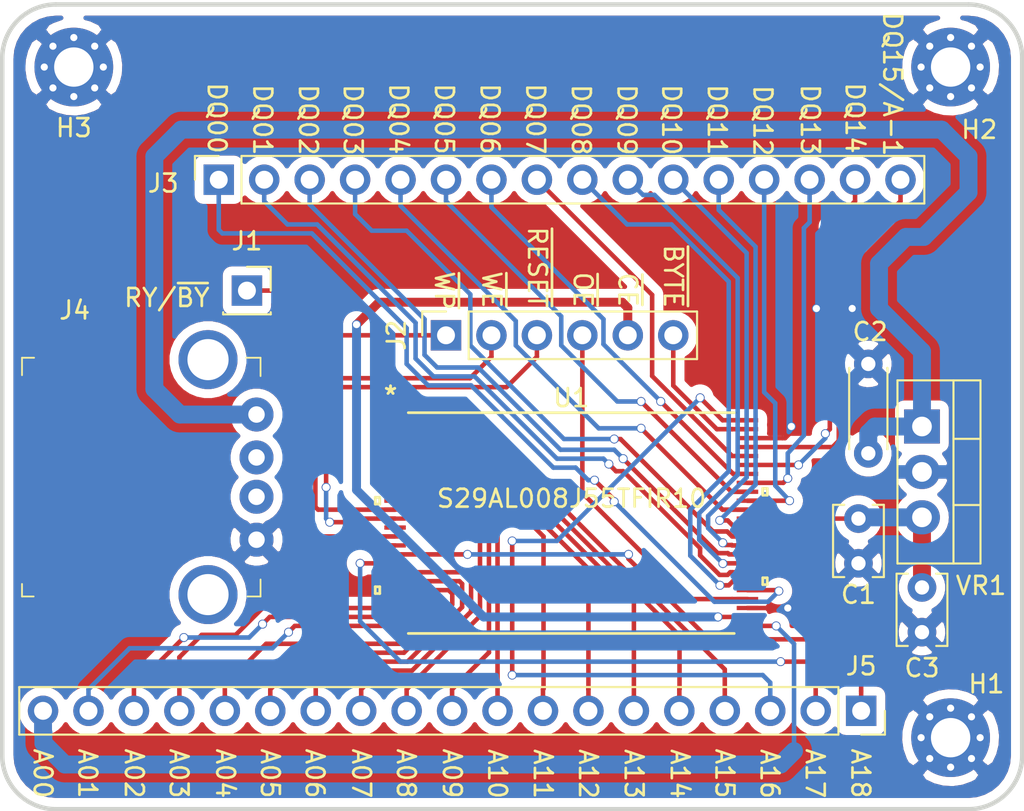
<source format=kicad_pcb>
(kicad_pcb (version 20171130) (host pcbnew "(5.1.5)-3")
  (layers (0 F.Cu signal) (31 B.Cu signal) (34 B.Paste user) (35 F.Paste user) (36 B.SilkS user) (37 F.SilkS user) (38 B.Mask user) (39 F.Mask user) (44 Edge.Cuts user))
  (net 0 "")
  (net 1 GND)
  (net 2 +3V3)
  (net 3 +5V)
  (net 4 "Net-(J1-Pad1)")
  (net 5 "Net-(J2-Pad6)")
  (net 6 "Net-(J2-Pad5)")
  (net 7 "Net-(J2-Pad4)")
  (net 8 "Net-(J2-Pad3)")
  (net 9 "Net-(J2-Pad2)")
  (net 10 "Net-(J2-Pad1)")
  (net 11 "Net-(J3-Pad16)")
  (net 12 "Net-(J3-Pad15)")
  (net 13 "Net-(J3-Pad14)")
  (net 14 "Net-(J3-Pad13)")
  (net 15 "Net-(J3-Pad12)")
  (net 16 "Net-(J3-Pad11)")
  (net 17 "Net-(J3-Pad10)")
  (net 18 "Net-(J3-Pad9)")
  (net 19 "Net-(J3-Pad8)")
  (net 20 "Net-(J3-Pad7)")
  (net 21 "Net-(J3-Pad6)")
  (net 22 "Net-(J3-Pad5)")
  (net 23 "Net-(J3-Pad4)")
  (net 24 "Net-(J3-Pad3)")
  (net 25 "Net-(J3-Pad2)")
  (net 26 "Net-(J3-Pad1)")
  (net 27 "Net-(J4-Pad3)")
  (net 28 "Net-(J4-Pad2)")
  (net 29 "Net-(J5-Pad19)")
  (net 30 "Net-(J5-Pad18)")
  (net 31 "Net-(J5-Pad17)")
  (net 32 "Net-(J5-Pad16)")
  (net 33 "Net-(J5-Pad15)")
  (net 34 "Net-(J5-Pad14)")
  (net 35 "Net-(J5-Pad13)")
  (net 36 "Net-(J5-Pad12)")
  (net 37 "Net-(J5-Pad11)")
  (net 38 "Net-(J5-Pad10)")
  (net 39 "Net-(J5-Pad9)")
  (net 40 "Net-(J5-Pad8)")
  (net 41 "Net-(J5-Pad7)")
  (net 42 "Net-(J5-Pad6)")
  (net 43 "Net-(J5-Pad5)")
  (net 44 "Net-(J5-Pad4)")
  (net 45 "Net-(J5-Pad3)")
  (net 46 "Net-(J5-Pad2)")
  (net 47 "Net-(J5-Pad1)")
  (net 48 "Net-(U1-Pad13)")
  (net 49 "Net-(U1-Pad10)")
  (net 50 "Net-(U1-Pad9)")
  (module Connector_PinSocket_2.54mm:PinSocket_1x06_P2.54mm_Vertical (layer F.Cu) (at 103.8 53.5 90)
    (fp_text reference J2 (at 0 -2.77 90) (layer F.SilkS))
    (fp_text value Conn_01x06)
    (pad 6 thru_hole oval (at 0 12.7 90) (size 1.7 1.7) (drill 1) (layers *.Cu *.Mask) (net 5 "Net-(J2-Pad6)"))
    (pad 5 thru_hole oval (at 0 10.16 90) (size 1.7 1.7) (drill 1) (layers *.Cu *.Mask) (net 6 "Net-(J2-Pad5)"))
    (pad 4 thru_hole oval (at 0 7.62 90) (size 1.7 1.7) (drill 1) (layers *.Cu *.Mask) (net 7 "Net-(J2-Pad4)"))
    (pad 3 thru_hole oval (at 0 5.08 90) (size 1.7 1.7) (drill 1) (layers *.Cu *.Mask) (net 8 "Net-(J2-Pad3)"))
    (pad 2 thru_hole oval (at 0 2.54 90) (size 1.7 1.7) (drill 1) (layers *.Cu *.Mask) (net 9 "Net-(J2-Pad2)"))
    (pad 1 thru_hole rect (at 0 0 90) (size 1.7 1.7) (drill 1) (layers *.Cu *.Mask) (net 10 "Net-(J2-Pad1)"))
  )
  (module MountingHole:MountingHole_2.2mm_M2_Pad_Via (layer F.Cu) (at 83 38.5)
    (fp_text reference H3 (at 0 3.4) (layer F.SilkS))
    (fp_text value MountingHole_Pad)
    (pad 1 thru_hole circle (at 1.166726 -1.166726) (size 0.7 0.7) (drill 0.4) (layers *.Cu *.Mask) (net 1 GND))
    (pad 1 thru_hole circle (at 0 -1.65) (size 0.7 0.7) (drill 0.4) (layers *.Cu *.Mask) (net 1 GND))
    (pad 1 thru_hole circle (at -1.166726 -1.166726) (size 0.7 0.7) (drill 0.4) (layers *.Cu *.Mask) (net 1 GND))
    (pad 1 thru_hole circle (at -1.65 0) (size 0.7 0.7) (drill 0.4) (layers *.Cu *.Mask) (net 1 GND))
    (pad 1 thru_hole circle (at -1.166726 1.166726) (size 0.7 0.7) (drill 0.4) (layers *.Cu *.Mask) (net 1 GND))
    (pad 1 thru_hole circle (at 0 1.65) (size 0.7 0.7) (drill 0.4) (layers *.Cu *.Mask) (net 1 GND))
    (pad 1 thru_hole circle (at 1.166726 1.166726) (size 0.7 0.7) (drill 0.4) (layers *.Cu *.Mask) (net 1 GND))
    (pad 1 thru_hole circle (at 1.65 0) (size 0.7 0.7) (drill 0.4) (layers *.Cu *.Mask) (net 1 GND))
    (pad 1 thru_hole circle (at 0 0) (size 4.4 4.4) (drill 2.2) (layers *.Cu *.Mask) (net 1 GND))
  )
  (module MountingHole:MountingHole_2.2mm_M2_Pad_Via (layer F.Cu) (at 132 38.5)
    (fp_text reference H2 (at 1.6 3.5) (layer F.SilkS))
    (fp_text value MountingHole_Pad)
    (pad 1 thru_hole circle (at 1.166726 -1.166726) (size 0.7 0.7) (drill 0.4) (layers *.Cu *.Mask) (net 1 GND))
    (pad 1 thru_hole circle (at 0 -1.65) (size 0.7 0.7) (drill 0.4) (layers *.Cu *.Mask) (net 1 GND))
    (pad 1 thru_hole circle (at -1.166726 -1.166726) (size 0.7 0.7) (drill 0.4) (layers *.Cu *.Mask) (net 1 GND))
    (pad 1 thru_hole circle (at -1.65 0) (size 0.7 0.7) (drill 0.4) (layers *.Cu *.Mask) (net 1 GND))
    (pad 1 thru_hole circle (at -1.166726 1.166726) (size 0.7 0.7) (drill 0.4) (layers *.Cu *.Mask) (net 1 GND))
    (pad 1 thru_hole circle (at 0 1.65) (size 0.7 0.7) (drill 0.4) (layers *.Cu *.Mask) (net 1 GND))
    (pad 1 thru_hole circle (at 1.166726 1.166726) (size 0.7 0.7) (drill 0.4) (layers *.Cu *.Mask) (net 1 GND))
    (pad 1 thru_hole circle (at 1.65 0) (size 0.7 0.7) (drill 0.4) (layers *.Cu *.Mask) (net 1 GND))
    (pad 1 thru_hole circle (at 0 0) (size 4.4 4.4) (drill 2.2) (layers *.Cu *.Mask) (net 1 GND))
  )
  (module MountingHole:MountingHole_2.2mm_M2_Pad_Via (layer F.Cu) (at 132 76)
    (fp_text reference H1 (at 2 -3) (layer F.SilkS))
    (fp_text value MountingHole_Pad)
    (pad 1 thru_hole circle (at 1.166726 -1.166726) (size 0.7 0.7) (drill 0.4) (layers *.Cu *.Mask) (net 1 GND))
    (pad 1 thru_hole circle (at 0 -1.65) (size 0.7 0.7) (drill 0.4) (layers *.Cu *.Mask) (net 1 GND))
    (pad 1 thru_hole circle (at -1.166726 -1.166726) (size 0.7 0.7) (drill 0.4) (layers *.Cu *.Mask) (net 1 GND))
    (pad 1 thru_hole circle (at -1.65 0) (size 0.7 0.7) (drill 0.4) (layers *.Cu *.Mask) (net 1 GND))
    (pad 1 thru_hole circle (at -1.166726 1.166726) (size 0.7 0.7) (drill 0.4) (layers *.Cu *.Mask) (net 1 GND))
    (pad 1 thru_hole circle (at 0 1.65) (size 0.7 0.7) (drill 0.4) (layers *.Cu *.Mask) (net 1 GND))
    (pad 1 thru_hole circle (at 1.166726 1.166726) (size 0.7 0.7) (drill 0.4) (layers *.Cu *.Mask) (net 1 GND))
    (pad 1 thru_hole circle (at 1.65 0) (size 0.7 0.7) (drill 0.4) (layers *.Cu *.Mask) (net 1 GND))
    (pad 1 thru_hole circle (at 0 0) (size 4.4 4.4) (drill 2.2) (layers *.Cu *.Mask) (net 1 GND))
  )
  (module digikey-footprints:USB_A_Female_UE27AC54100 (layer F.Cu) (at 90.5 61.43 270)
    (fp_text reference J4 (at -9.33 7.45) (layer F.SilkS))
    (fp_text value USB_A)
    (pad 4 thru_hole circle (at 3.5 -2.71 270) (size 1.9 1.9) (drill 0.92) (layers *.Cu *.Mask) (net 1 GND))
    (pad 3 thru_hole circle (at 1.1 -2.71 270) (size 1.9 1.9) (drill 0.92) (layers *.Cu *.Mask) (net 27 "Net-(J4-Pad3)"))
    (pad 2 thru_hole circle (at -1.1 -2.71 270) (size 1.9 1.9) (drill 0.92) (layers *.Cu *.Mask) (net 28 "Net-(J4-Pad2)"))
    (pad 1 thru_hole circle (at -3.5 -2.71 270) (size 1.9 1.9) (drill 0.92) (layers *.Cu *.Mask) (net 3 +5V))
    (pad SH thru_hole circle (at 6.57 0 270) (size 3.3 3.3) (drill 2.3) (layers *.Cu *.Mask))
    (pad SH thru_hole circle (at -6.57 0 270) (size 3.3 3.3) (drill 2.3) (layers *.Cu *.Mask))
  )
  (module footprints:S29AL008J55TFIR10 (layer F.Cu) (at 110.8 64)
    (fp_text reference U1 (at 0 -7) (layer F.SilkS))
    (fp_text value S29AL008J55TFIR10 (at 0.019301 -1.3754) (layer F.SilkS))
    (fp_text user * (at -10.100049 -7.1324) (layer F.SilkS))
    (fp_text user * (at -10.100049 -7.1324) (layer F.SilkS))
    (pad 48 smd rect (at 9.846048 -5.750001) (size 1.200899 0.2394) (layers F.Cu F.Paste F.Mask) (net 45 "Net-(J5-Pad3)"))
    (pad 47 smd rect (at 9.846048 -5.25) (size 1.200899 0.2394) (layers F.Cu F.Paste F.Mask) (net 5 "Net-(J2-Pad6)"))
    (pad 46 smd rect (at 9.846048 -4.750001) (size 1.200899 0.2394) (layers F.Cu F.Paste F.Mask) (net 1 GND))
    (pad 45 smd rect (at 9.846048 -4.249999) (size 1.200899 0.2394) (layers F.Cu F.Paste F.Mask) (net 11 "Net-(J3-Pad16)"))
    (pad 44 smd rect (at 9.846048 -3.75) (size 1.200899 0.2394) (layers F.Cu F.Paste F.Mask) (net 19 "Net-(J3-Pad8)"))
    (pad 43 smd rect (at 9.846048 -3.250001) (size 1.200899 0.2394) (layers F.Cu F.Paste F.Mask) (net 12 "Net-(J3-Pad15)"))
    (pad 42 smd rect (at 9.846048 -2.75) (size 1.200899 0.2394) (layers F.Cu F.Paste F.Mask) (net 20 "Net-(J3-Pad7)"))
    (pad 41 smd rect (at 9.846048 -2.250001) (size 1.200899 0.2394) (layers F.Cu F.Paste F.Mask) (net 13 "Net-(J3-Pad14)"))
    (pad 40 smd rect (at 9.846048 -1.749999) (size 1.200899 0.2394) (layers F.Cu F.Paste F.Mask) (net 21 "Net-(J3-Pad6)"))
    (pad 39 smd rect (at 9.846048 -1.25) (size 1.200899 0.2394) (layers F.Cu F.Paste F.Mask) (net 14 "Net-(J3-Pad13)"))
    (pad 38 smd rect (at 9.846048 -0.750001) (size 1.200899 0.2394) (layers F.Cu F.Paste F.Mask) (net 22 "Net-(J3-Pad5)"))
    (pad 37 smd rect (at 9.846048 -0.25) (size 1.200899 0.2394) (layers F.Cu F.Paste F.Mask) (net 2 +3V3))
    (pad 36 smd rect (at 9.846048 0.25) (size 1.200899 0.2394) (layers F.Cu F.Paste F.Mask) (net 15 "Net-(J3-Pad12)"))
    (pad 35 smd rect (at 9.846048 0.749998) (size 1.200899 0.2394) (layers F.Cu F.Paste F.Mask) (net 23 "Net-(J3-Pad4)"))
    (pad 34 smd rect (at 9.846048 1.25) (size 1.200899 0.2394) (layers F.Cu F.Paste F.Mask) (net 16 "Net-(J3-Pad11)"))
    (pad 33 smd rect (at 9.846048 1.749999) (size 1.200899 0.2394) (layers F.Cu F.Paste F.Mask) (net 24 "Net-(J3-Pad3)"))
    (pad 32 smd rect (at 9.846048 2.250001) (size 1.200899 0.2394) (layers F.Cu F.Paste F.Mask) (net 17 "Net-(J3-Pad10)"))
    (pad 31 smd rect (at 9.846048 2.75) (size 1.200899 0.2394) (layers F.Cu F.Paste F.Mask) (net 25 "Net-(J3-Pad2)"))
    (pad 30 smd rect (at 9.846048 3.249999) (size 1.200899 0.2394) (layers F.Cu F.Paste F.Mask) (net 18 "Net-(J3-Pad9)"))
    (pad 29 smd rect (at 9.846048 3.75) (size 1.200899 0.2394) (layers F.Cu F.Paste F.Mask) (net 26 "Net-(J3-Pad1)"))
    (pad 28 smd rect (at 9.846048 4.249999) (size 1.200899 0.2394) (layers F.Cu F.Paste F.Mask) (net 7 "Net-(J2-Pad4)"))
    (pad 27 smd rect (at 9.846048 4.750001) (size 1.200899 0.2394) (layers F.Cu F.Paste F.Mask) (net 1 GND))
    (pad 26 smd rect (at 9.846048 5.25) (size 1.200899 0.2394) (layers F.Cu F.Paste F.Mask) (net 6 "Net-(J2-Pad5)"))
    (pad 25 smd rect (at 9.846048 5.749999) (size 1.200899 0.2394) (layers F.Cu F.Paste F.Mask) (net 29 "Net-(J5-Pad19)"))
    (pad 24 smd rect (at -9.846048 5.750001) (size 1.200899 0.2394) (layers F.Cu F.Paste F.Mask) (net 30 "Net-(J5-Pad18)"))
    (pad 23 smd rect (at -9.846048 5.25) (size 1.200899 0.2394) (layers F.Cu F.Paste F.Mask) (net 31 "Net-(J5-Pad17)"))
    (pad 22 smd rect (at -9.846048 4.750001) (size 1.200899 0.2394) (layers F.Cu F.Paste F.Mask) (net 32 "Net-(J5-Pad16)"))
    (pad 21 smd rect (at -9.846048 4.249999) (size 1.200899 0.2394) (layers F.Cu F.Paste F.Mask) (net 33 "Net-(J5-Pad15)"))
    (pad 20 smd rect (at -9.846048 3.75) (size 1.200899 0.2394) (layers F.Cu F.Paste F.Mask) (net 34 "Net-(J5-Pad14)"))
    (pad 19 smd rect (at -9.846048 3.250001) (size 1.200899 0.2394) (layers F.Cu F.Paste F.Mask) (net 35 "Net-(J5-Pad13)"))
    (pad 18 smd rect (at -9.846048 2.75) (size 1.200899 0.2394) (layers F.Cu F.Paste F.Mask) (net 36 "Net-(J5-Pad12)"))
    (pad 17 smd rect (at -9.846048 2.250001) (size 1.200899 0.2394) (layers F.Cu F.Paste F.Mask) (net 46 "Net-(J5-Pad2)"))
    (pad 16 smd rect (at -9.846048 1.749999) (size 1.200899 0.2394) (layers F.Cu F.Paste F.Mask) (net 47 "Net-(J5-Pad1)"))
    (pad 15 smd rect (at -9.846048 1.25) (size 1.200899 0.2394) (layers F.Cu F.Paste F.Mask) (net 4 "Net-(J1-Pad1)"))
    (pad 14 smd rect (at -9.846048 0.750001) (size 1.200899 0.2394) (layers F.Cu F.Paste F.Mask) (net 10 "Net-(J2-Pad1)"))
    (pad 13 smd rect (at -9.846048 0.25) (size 1.200899 0.2394) (layers F.Cu F.Paste F.Mask) (net 48 "Net-(U1-Pad13)"))
    (pad 12 smd rect (at -9.846048 -0.25) (size 1.200899 0.2394) (layers F.Cu F.Paste F.Mask) (net 8 "Net-(J2-Pad3)"))
    (pad 11 smd rect (at -9.846048 -0.750001) (size 1.200899 0.2394) (layers F.Cu F.Paste F.Mask) (net 9 "Net-(J2-Pad2)"))
    (pad 10 smd rect (at -9.846048 -1.25) (size 1.200899 0.2394) (layers F.Cu F.Paste F.Mask) (net 49 "Net-(U1-Pad10)"))
    (pad 9 smd rect (at -9.846048 -1.749999) (size 1.200899 0.2394) (layers F.Cu F.Paste F.Mask) (net 50 "Net-(U1-Pad9)"))
    (pad 8 smd rect (at -9.846048 -2.250001) (size 1.200899 0.2394) (layers F.Cu F.Paste F.Mask) (net 37 "Net-(J5-Pad11)"))
    (pad 7 smd rect (at -9.846048 -2.75) (size 1.200899 0.2394) (layers F.Cu F.Paste F.Mask) (net 38 "Net-(J5-Pad10)"))
    (pad 6 smd rect (at -9.846048 -3.250001) (size 1.200899 0.2394) (layers F.Cu F.Paste F.Mask) (net 39 "Net-(J5-Pad9)"))
    (pad 5 smd rect (at -9.846048 -3.75) (size 1.200899 0.2394) (layers F.Cu F.Paste F.Mask) (net 40 "Net-(J5-Pad8)"))
    (pad 4 smd rect (at -9.846048 -4.249999) (size 1.200899 0.2394) (layers F.Cu F.Paste F.Mask) (net 41 "Net-(J5-Pad7)"))
    (pad 3 smd rect (at -9.846048 -4.750001) (size 1.200899 0.2394) (layers F.Cu F.Paste F.Mask) (net 42 "Net-(J5-Pad6)"))
    (pad 2 smd rect (at -9.846048 -5.25) (size 1.200899 0.2394) (layers F.Cu F.Paste F.Mask) (net 43 "Net-(J5-Pad5)"))
    (pad 1 smd rect (at -9.846048 -5.749999) (size 1.200899 0.2394) (layers F.Cu F.Paste F.Mask) (net 44 "Net-(J5-Pad4)"))
  )
  (module Package_TO_SOT_THT:TO-220-3_Vertical (layer F.Cu) (at 130.4 58.6 270)
    (fp_text reference VR1 (at 8.9 -3.3 180) (layer F.SilkS))
    (fp_text value MCP1826S-3302E_AB)
    (pad 3 thru_hole oval (at 5.08 0 270) (size 1.905 2) (drill 1.1) (layers *.Cu *.Mask) (net 2 +3V3))
    (pad 2 thru_hole oval (at 2.54 0 270) (size 1.905 2) (drill 1.1) (layers *.Cu *.Mask) (net 1 GND))
    (pad 1 thru_hole rect (at 0 0 270) (size 1.905 2) (drill 1.1) (layers *.Cu *.Mask) (net 3 +5V))
  )
  (module Connector_PinSocket_2.54mm:PinSocket_1x19_P2.54mm_Vertical (layer F.Cu) (at 127 74.5 270)
    (fp_text reference J5 (at -2.5 0 180) (layer F.SilkS))
    (fp_text value Conn_01x19)
    (pad 19 thru_hole oval (at 0 45.72 270) (size 1.7 1.7) (drill 1) (layers *.Cu *.Mask) (net 29 "Net-(J5-Pad19)"))
    (pad 18 thru_hole oval (at 0 43.18 270) (size 1.7 1.7) (drill 1) (layers *.Cu *.Mask) (net 30 "Net-(J5-Pad18)"))
    (pad 17 thru_hole oval (at 0 40.64 270) (size 1.7 1.7) (drill 1) (layers *.Cu *.Mask) (net 31 "Net-(J5-Pad17)"))
    (pad 16 thru_hole oval (at 0 38.1 270) (size 1.7 1.7) (drill 1) (layers *.Cu *.Mask) (net 32 "Net-(J5-Pad16)"))
    (pad 15 thru_hole oval (at 0 35.56 270) (size 1.7 1.7) (drill 1) (layers *.Cu *.Mask) (net 33 "Net-(J5-Pad15)"))
    (pad 14 thru_hole oval (at 0 33.02 270) (size 1.7 1.7) (drill 1) (layers *.Cu *.Mask) (net 34 "Net-(J5-Pad14)"))
    (pad 13 thru_hole oval (at 0 30.48 270) (size 1.7 1.7) (drill 1) (layers *.Cu *.Mask) (net 35 "Net-(J5-Pad13)"))
    (pad 12 thru_hole oval (at 0 27.94 270) (size 1.7 1.7) (drill 1) (layers *.Cu *.Mask) (net 36 "Net-(J5-Pad12)"))
    (pad 11 thru_hole oval (at 0 25.4 270) (size 1.7 1.7) (drill 1) (layers *.Cu *.Mask) (net 37 "Net-(J5-Pad11)"))
    (pad 10 thru_hole oval (at 0 22.86 270) (size 1.7 1.7) (drill 1) (layers *.Cu *.Mask) (net 38 "Net-(J5-Pad10)"))
    (pad 9 thru_hole oval (at 0 20.32 270) (size 1.7 1.7) (drill 1) (layers *.Cu *.Mask) (net 39 "Net-(J5-Pad9)"))
    (pad 8 thru_hole oval (at 0 17.78 270) (size 1.7 1.7) (drill 1) (layers *.Cu *.Mask) (net 40 "Net-(J5-Pad8)"))
    (pad 7 thru_hole oval (at 0 15.24 270) (size 1.7 1.7) (drill 1) (layers *.Cu *.Mask) (net 41 "Net-(J5-Pad7)"))
    (pad 6 thru_hole oval (at 0 12.7 270) (size 1.7 1.7) (drill 1) (layers *.Cu *.Mask) (net 42 "Net-(J5-Pad6)"))
    (pad 5 thru_hole oval (at 0 10.16 270) (size 1.7 1.7) (drill 1) (layers *.Cu *.Mask) (net 43 "Net-(J5-Pad5)"))
    (pad 4 thru_hole oval (at 0 7.62 270) (size 1.7 1.7) (drill 1) (layers *.Cu *.Mask) (net 44 "Net-(J5-Pad4)"))
    (pad 3 thru_hole oval (at 0 5.08 270) (size 1.7 1.7) (drill 1) (layers *.Cu *.Mask) (net 45 "Net-(J5-Pad3)"))
    (pad 2 thru_hole oval (at 0 2.54 270) (size 1.7 1.7) (drill 1) (layers *.Cu *.Mask) (net 46 "Net-(J5-Pad2)"))
    (pad 1 thru_hole rect (at 0 0 270) (size 1.7 1.7) (drill 1) (layers *.Cu *.Mask) (net 47 "Net-(J5-Pad1)"))
  )
  (module Connector_PinSocket_2.54mm:PinSocket_1x16_P2.54mm_Vertical (layer F.Cu) (at 91.1 44.8 90)
    (fp_text reference J3 (at -0.2 -3.1 180) (layer F.SilkS))
    (fp_text value Conn_01x16)
    (pad 16 thru_hole oval (at 0 38.1 90) (size 1.7 1.7) (drill 1) (layers *.Cu *.Mask) (net 11 "Net-(J3-Pad16)"))
    (pad 15 thru_hole oval (at 0 35.56 90) (size 1.7 1.7) (drill 1) (layers *.Cu *.Mask) (net 12 "Net-(J3-Pad15)"))
    (pad 14 thru_hole oval (at 0 33.02 90) (size 1.7 1.7) (drill 1) (layers *.Cu *.Mask) (net 13 "Net-(J3-Pad14)"))
    (pad 13 thru_hole oval (at 0 30.48 90) (size 1.7 1.7) (drill 1) (layers *.Cu *.Mask) (net 14 "Net-(J3-Pad13)"))
    (pad 12 thru_hole oval (at 0 27.94 90) (size 1.7 1.7) (drill 1) (layers *.Cu *.Mask) (net 15 "Net-(J3-Pad12)"))
    (pad 11 thru_hole oval (at 0 25.4 90) (size 1.7 1.7) (drill 1) (layers *.Cu *.Mask) (net 16 "Net-(J3-Pad11)"))
    (pad 10 thru_hole oval (at 0 22.86 90) (size 1.7 1.7) (drill 1) (layers *.Cu *.Mask) (net 17 "Net-(J3-Pad10)"))
    (pad 9 thru_hole oval (at 0 20.32 90) (size 1.7 1.7) (drill 1) (layers *.Cu *.Mask) (net 18 "Net-(J3-Pad9)"))
    (pad 8 thru_hole oval (at 0 17.78 90) (size 1.7 1.7) (drill 1) (layers *.Cu *.Mask) (net 19 "Net-(J3-Pad8)"))
    (pad 7 thru_hole oval (at 0 15.24 90) (size 1.7 1.7) (drill 1) (layers *.Cu *.Mask) (net 20 "Net-(J3-Pad7)"))
    (pad 6 thru_hole oval (at 0 12.7 90) (size 1.7 1.7) (drill 1) (layers *.Cu *.Mask) (net 21 "Net-(J3-Pad6)"))
    (pad 5 thru_hole oval (at 0 10.16 90) (size 1.7 1.7) (drill 1) (layers *.Cu *.Mask) (net 22 "Net-(J3-Pad5)"))
    (pad 4 thru_hole oval (at 0 7.62 90) (size 1.7 1.7) (drill 1) (layers *.Cu *.Mask) (net 23 "Net-(J3-Pad4)"))
    (pad 3 thru_hole oval (at 0 5.08 90) (size 1.7 1.7) (drill 1) (layers *.Cu *.Mask) (net 24 "Net-(J3-Pad3)"))
    (pad 2 thru_hole oval (at 0 2.54 90) (size 1.7 1.7) (drill 1) (layers *.Cu *.Mask) (net 25 "Net-(J3-Pad2)"))
    (pad 1 thru_hole rect (at 0 0 90) (size 1.7 1.7) (drill 1) (layers *.Cu *.Mask) (net 26 "Net-(J3-Pad1)"))
  )
  (module Connector_PinSocket_2.54mm:PinSocket_1x01_P2.54mm_Vertical (layer F.Cu) (at 92.675 51)
    (fp_text reference J1 (at 0 -2.77) (layer F.SilkS))
    (fp_text value Conn_01x01)
    (pad 1 thru_hole rect (at 0 0) (size 1.7 1.7) (drill 1) (layers *.Cu *.Mask) (net 4 "Net-(J1-Pad1)"))
  )
  (module Capacitor_THT:C_Disc_D3.8mm_W2.6mm_P2.50mm (layer F.Cu) (at 130.4 67.6 270)
    (fp_text reference C3 (at 4.5 0 180) (layer F.SilkS))
    (fp_text value 1uF)
    (pad 2 thru_hole circle (at 2.5 0 270) (size 1.6 1.6) (drill 0.8) (layers *.Cu *.Mask) (net 1 GND))
    (pad 1 thru_hole circle (at 0 0 270) (size 1.6 1.6) (drill 0.8) (layers *.Cu *.Mask) (net 2 +3V3))
  )
  (module Capacitor_THT:C_Disc_D4.3mm_W1.9mm_P5.00mm (layer F.Cu) (at 127.4 60.1 90)
    (fp_text reference C2 (at 6.8 0.1 180) (layer F.SilkS))
    (fp_text value 4.7uF)
    (pad 2 thru_hole circle (at 5 0 90) (size 1.6 1.6) (drill 0.8) (layers *.Cu *.Mask) (net 1 GND))
    (pad 1 thru_hole circle (at 0 0 90) (size 1.6 1.6) (drill 0.8) (layers *.Cu *.Mask) (net 3 +5V))
  )
  (module Capacitor_THT:C_Disc_D3.8mm_W2.6mm_P2.50mm (layer F.Cu) (at 126.85 63.75 270)
    (fp_text reference C1 (at 4.25 0 180) (layer F.SilkS))
    (fp_text value 1uF)
    (pad 2 thru_hole circle (at 2.5 0 270) (size 1.6 1.6) (drill 0.8) (layers *.Cu *.Mask) (net 1 GND))
    (pad 1 thru_hole circle (at 0 0 270) (size 1.6 1.6) (drill 0.8) (layers *.Cu *.Mask) (net 2 +3V3))
  )
  (gr_text DQ00 (at 91 41.35 270) (layer F.SilkS) (effects (font (size 1 1))))
  (gr_text DQ01 (at 93.55 41.45 270) (layer F.SilkS) (effects (font (size 1 1))))
  (gr_text DQ02 (at 96.1 41.45 270) (layer F.SilkS) (effects (font (size 1 1))))
  (gr_text DQ03 (at 98.6 41.45 270) (layer F.SilkS) (effects (font (size 1 1))))
  (gr_text DQ04 (at 101.15 41.4 270) (layer F.SilkS) (effects (font (size 1 1))))
  (gr_text DQ05 (at 103.7 41.4 270) (layer F.SilkS) (effects (font (size 1 1))))
  (gr_text DQ06 (at 106.25 41.4 270) (layer F.SilkS) (effects (font (size 1 1))))
  (gr_text DQ07 (at 108.8 41.4 270) (layer F.SilkS) (effects (font (size 1 1))))
  (gr_text DQ08 (at 111.35 41.45 270) (layer F.SilkS) (effects (font (size 1 1))))
  (gr_text DQ09 (at 113.9 41.45 270) (layer F.SilkS) (effects (font (size 1 1))))
  (gr_text DQ10 (at 116.4 41.45 270) (layer F.SilkS) (effects (font (size 1 1))))
  (gr_text DQ11 (at 118.95 41.45 270) (layer F.SilkS) (effects (font (size 1 1))))
  (gr_text DQ12 (at 121.5 41.5 270) (layer F.SilkS) (effects (font (size 1 1))))
  (gr_text DQ13 (at 124.15 41.45 270) (layer F.SilkS) (effects (font (size 1 1))))
  (gr_text DQ14 (at 126.65 41.35 270) (layer F.SilkS) (effects (font (size 1 1))))
  (gr_text DQ15/A-1 (at 128.75 39.45 270) (layer F.SilkS) (effects (font (size 1 1))))
  (gr_text ~BYTE (at 116.5 50.2 270) (layer F.SilkS) (effects (font (size 1 1))))
  (gr_text ~CE (at 113.95 50.95 270) (layer F.SilkS) (effects (font (size 1 1))))
  (gr_text ~OE (at 111.45 50.95 270) (layer F.SilkS) (effects (font (size 1 1))))
  (gr_text ~RESET (at 108.9 49.7 270) (layer F.SilkS) (effects (font (size 1 1))))
  (gr_text ~WE (at 106.35 50.95 270) (layer F.SilkS) (effects (font (size 1 1))))
  (gr_text ~WP (at 103.7 51 270) (layer F.SilkS) (effects (font (size 1 1))))
  (gr_arc (start 82 77) (end 79 77) (angle -90) (layer Edge.Cuts) (width 0.25))
  (gr_arc (start 133 77) (end 133 80) (angle -90) (layer Edge.Cuts) (width 0.25))
  (gr_arc (start 133 38) (end 136 38) (angle -90) (layer Edge.Cuts) (width 0.25))
  (gr_arc (start 82 38) (end 82 35) (angle -90) (layer Edge.Cuts) (width 0.25))
  (gr_line (start 79 77) (end 79 38) (layer Edge.Cuts) (width 0.25))
  (gr_line (start 133 80) (end 82 80) (layer Edge.Cuts) (width 0.25))
  (gr_line (start 136 38) (end 136 77) (layer Edge.Cuts) (width 0.25))
  (gr_line (start 82 35) (end 133 35) (layer Edge.Cuts) (width 0.25))
  (gr_text A18 (at 126.97 78 270) (layer F.SilkS) (effects (font (size 1 1))))
  (gr_text A17 (at 124.42 78 270) (layer F.SilkS) (effects (font (size 1 1))))
  (gr_text A16 (at 121.895 78.025 270) (layer F.SilkS) (effects (font (size 1 1))))
  (gr_text RY/~BY (at 88.2 51.4) (layer F.SilkS) (effects (font (size 1 1))))
  (gr_text A00 (at 81.27 78 270) (layer F.SilkS) (effects (font (size 1 1))))
  (gr_text A01 (at 83.77 78 270) (layer F.SilkS) (effects (font (size 1 1))))
  (gr_text A02 (at 86.37 78 270) (layer F.SilkS) (effects (font (size 1 1))))
  (gr_text A03 (at 88.87 78 270) (layer F.SilkS) (effects (font (size 1 1))))
  (gr_text A04 (at 91.47 78 270) (layer F.SilkS) (effects (font (size 1 1))))
  (gr_text A05 (at 93.97 78 270) (layer F.SilkS) (effects (font (size 1 1))))
  (gr_text A06 (at 96.47 78 270) (layer F.SilkS) (effects (font (size 1 1))))
  (gr_text A07 (at 99.07 78 270) (layer F.SilkS) (effects (font (size 1 1))))
  (gr_text A14 (at 116.875 78.025 270) (layer F.SilkS) (effects (font (size 1 1))))
  (gr_text A13 (at 114.3 78.025 270) (layer F.SilkS) (effects (font (size 1 1))))
  (gr_text A12 (at 111.75 78.025 270) (layer F.SilkS) (effects (font (size 1 1))))
  (gr_text A11 (at 109.225 78.025 270) (layer F.SilkS) (effects (font (size 1 1))))
  (gr_text A10 (at 106.675 78.025 270) (layer F.SilkS) (effects (font (size 1 1))))
  (gr_text A09 (at 104.14 78 270) (layer F.SilkS) (effects (font (size 1 1))))
  (gr_text A08 (at 101.57 78 270) (layer F.SilkS) (effects (font (size 1 1))))
  (gr_text A15 (at 119.375 78 270) (layer F.SilkS) (effects (font (size 1 1))))
  (via (at 124.5 52) (size 0.5) (drill 0.4) (layers F.Cu B.Cu) (net 1))
  (segment (start 121.949999 59.249999) (end 121.95 59.25) (width 0.254) (layer F.Cu) (net 1))
  (via (at 122.9 68.75) (size 0.5) (drill 0.4) (layers F.Cu B.Cu) (net 1))
  (segment (start 122.899999 68.750001) (end 122.9 68.75) (width 0.254) (layer F.Cu) (net 1))
  (segment (start 120.646048 68.750001) (end 122.899999 68.750001) (width 0.254) (layer F.Cu) (net 1))
  (via (at 126.5 52) (size 0.5) (drill 0.4) (layers F.Cu B.Cu) (net 1))
  (segment (start 122.750001 59.249999) (end 122.600001 59.249999) (width 0.254) (layer F.Cu) (net 1))
  (segment (start 122.600001 59.249999) (end 120.646048 59.249999) (width 0.254) (layer F.Cu) (net 1))
  (segment (start 123.1 58.9) (end 122.750001 59.249999) (width 0.254) (layer F.Cu) (net 1))
  (via (at 123.1 58.6) (size 0.5) (drill 0.4) (layers F.Cu B.Cu) (net 1))
  (segment (start 123.1 58.6) (end 123.1 58.9) (width 0.254) (layer F.Cu) (net 1))
  (segment (start 130.4 63.68) (end 130.4 67.6) (width 1) (layer F.Cu) (net 2))
  (segment (start 126.92 63.68) (end 126.85 63.75) (width 1) (layer B.Cu) (net 2))
  (segment (start 130.4 63.68) (end 126.92 63.68) (width 1) (layer B.Cu) (net 2))
  (segment (start 124.7 63.75) (end 126.85 63.75) (width 0.25) (layer F.Cu) (net 2))
  (segment (start 120.646048 63.75) (end 124.7 63.75) (width 0.25) (layer F.Cu) (net 2))
  (segment (start 127.4 58.96863) (end 127.76863 58.6) (width 1) (layer B.Cu) (net 3))
  (segment (start 127.4 60.1) (end 127.4 58.96863) (width 1) (layer B.Cu) (net 3))
  (segment (start 127.76863 58.6) (end 130.4 58.6) (width 1) (layer B.Cu) (net 3))
  (segment (start 93.21 57.93) (end 88.93 57.93) (width 1) (layer B.Cu) (net 3))
  (segment (start 88.93 57.93) (end 87.5 56.5) (width 1) (layer B.Cu) (net 3))
  (segment (start 87.5 56.5) (end 87.5 43.5) (width 1) (layer B.Cu) (net 3))
  (segment (start 87.5 43.5) (end 89 42) (width 1) (layer B.Cu) (net 3))
  (segment (start 89 42) (end 131.5 42) (width 1) (layer B.Cu) (net 3))
  (segment (start 131.5 42) (end 133 43.5) (width 1) (layer B.Cu) (net 3))
  (segment (start 133 43.5) (end 133 45.5) (width 1) (layer B.Cu) (net 3))
  (segment (start 133 45.5) (end 130.5 48) (width 1) (layer B.Cu) (net 3))
  (segment (start 130.5 48) (end 129.5 48) (width 1) (layer B.Cu) (net 3))
  (segment (start 129.5 48) (end 128 49.5) (width 1) (layer B.Cu) (net 3))
  (segment (start 128 49.5) (end 128 52) (width 1) (layer B.Cu) (net 3))
  (segment (start 130.4 54.4) (end 130.4 58.6) (width 1) (layer B.Cu) (net 3))
  (segment (start 128 52) (end 130.4 54.4) (width 1) (layer B.Cu) (net 3))
  (segment (start 95.75 65.25) (end 100.953952 65.25) (width 0.254) (layer F.Cu) (net 4))
  (segment (start 95.5 65) (end 95.75 65.25) (width 0.254) (layer F.Cu) (net 4))
  (segment (start 95.5 52) (end 95.5 65) (width 0.254) (layer F.Cu) (net 4))
  (segment (start 92.675 51) (end 94.5 51) (width 0.254) (layer F.Cu) (net 4))
  (segment (start 94.5 51) (end 95.5 52) (width 0.254) (layer F.Cu) (net 4))
  (segment (start 116.5 56.311809) (end 118.938191 58.75) (width 0.254) (layer F.Cu) (net 5))
  (segment (start 119.791599 58.75) (end 120.646048 58.75) (width 0.254) (layer F.Cu) (net 5))
  (segment (start 118.938191 58.75) (end 119.791599 58.75) (width 0.254) (layer F.Cu) (net 5))
  (segment (start 116.5 53.5) (end 116.5 56.311809) (width 0.254) (layer F.Cu) (net 5))
  (via (at 119 69.25) (size 0.5) (drill 0.4) (layers F.Cu B.Cu) (net 6))
  (segment (start 119 69.25) (end 120.646048 69.25) (width 0.254) (layer F.Cu) (net 6))
  (segment (start 105.9 69.25) (end 119 69.25) (width 0.5) (layer B.Cu) (net 6))
  (segment (start 98.8 52.9) (end 98.8 62.15) (width 0.5) (layer B.Cu) (net 6))
  (segment (start 98.8 62.15) (end 105.9 69.25) (width 0.5) (layer B.Cu) (net 6))
  (via (at 98.8 52.9) (size 0.5) (drill 0.4) (layers F.Cu B.Cu) (net 6))
  (segment (start 100.05 51.65) (end 98.8 52.9) (width 0.5) (layer F.Cu) (net 6))
  (segment (start 113.96 53.5) (end 113.96 51.96) (width 0.5) (layer F.Cu) (net 6))
  (segment (start 113.65 51.65) (end 100.05 51.65) (width 0.5) (layer F.Cu) (net 6))
  (segment (start 113.96 51.96) (end 113.65 51.65) (width 0.5) (layer F.Cu) (net 6))
  (segment (start 111.42 53.5) (end 111.42 62.32) (width 0.254) (layer F.Cu) (net 7))
  (segment (start 111.42 62.32) (end 117.35 68.25) (width 0.254) (layer F.Cu) (net 7))
  (segment (start 119.791599 68.249999) (end 120.646048 68.249999) (width 0.254) (layer F.Cu) (net 7))
  (segment (start 117.35 68.25) (end 119.791599 68.249999) (width 0.254) (layer F.Cu) (net 7))
  (segment (start 108.88 54.702081) (end 107.182081 56.4) (width 0.254) (layer F.Cu) (net 8))
  (segment (start 108.88 53.5) (end 108.88 54.702081) (width 0.254) (layer F.Cu) (net 8))
  (segment (start 107.182081 56.4) (end 97.45 56.4) (width 0.254) (layer F.Cu) (net 8))
  (via (at 97.1 62) (size 0.5) (drill 0.4) (layers F.Cu B.Cu) (net 8))
  (segment (start 97.45 56.4) (end 97.1 56.75) (width 0.254) (layer F.Cu) (net 8))
  (segment (start 97.1 56.75) (end 97.1 62) (width 0.254) (layer F.Cu) (net 8))
  (segment (start 97.1 62) (end 97.1 63.75) (width 0.254) (layer B.Cu) (net 8))
  (via (at 97.3 63.95) (size 0.5) (drill 0.4) (layers F.Cu B.Cu) (net 8))
  (segment (start 97.1 63.75) (end 97.3 63.95) (width 0.254) (layer B.Cu) (net 8))
  (segment (start 99.15 63.75) (end 100.953952 63.75) (width 0.254) (layer F.Cu) (net 8))
  (segment (start 97.3 63.95) (end 98.95 63.95) (width 0.254) (layer F.Cu) (net 8))
  (segment (start 98.95 63.95) (end 99.15 63.75) (width 0.254) (layer F.Cu) (net 8))
  (segment (start 106.34 54.702081) (end 105.142081 55.9) (width 0.254) (layer F.Cu) (net 9))
  (segment (start 106.34 53.5) (end 106.34 54.702081) (width 0.254) (layer F.Cu) (net 9))
  (segment (start 105.142081 55.9) (end 97.1 55.9) (width 0.254) (layer F.Cu) (net 9))
  (segment (start 97.1 55.9) (end 96.5 56.5) (width 0.254) (layer F.Cu) (net 9))
  (segment (start 96.5 56.5) (end 96.5 63.1) (width 0.254) (layer F.Cu) (net 9))
  (segment (start 96.649999 63.249999) (end 100.953952 63.249999) (width 0.254) (layer F.Cu) (net 9))
  (segment (start 96.5 63.1) (end 96.649999 63.249999) (width 0.254) (layer F.Cu) (net 9))
  (segment (start 96 53.75) (end 96 64.5) (width 0.254) (layer F.Cu) (net 10))
  (segment (start 96.250001 64.750001) (end 100.953952 64.750001) (width 0.254) (layer F.Cu) (net 10))
  (segment (start 96 64.5) (end 96.250001 64.750001) (width 0.254) (layer F.Cu) (net 10))
  (segment (start 103.8 53.5) (end 96.25 53.5) (width 0.254) (layer F.Cu) (net 10))
  (segment (start 96.25 53.5) (end 96 53.75) (width 0.254) (layer F.Cu) (net 10))
  (segment (start 129.2 46.002081) (end 125.75 49.452081) (width 0.254) (layer F.Cu) (net 11))
  (segment (start 129.2 44.8) (end 129.2 46.002081) (width 0.254) (layer F.Cu) (net 11))
  (segment (start 125.75 49.452081) (end 125.75 59.4) (width 0.254) (layer F.Cu) (net 11))
  (segment (start 125.399999 59.750001) (end 120.646048 59.750001) (width 0.254) (layer F.Cu) (net 11))
  (segment (start 125.75 59.4) (end 125.399999 59.750001) (width 0.254) (layer F.Cu) (net 11))
  (via (at 123.5 60.75) (size 0.5) (drill 0.4) (layers F.Cu B.Cu) (net 12))
  (segment (start 123.146446 60.749999) (end 120.646048 60.749999) (width 0.254) (layer F.Cu) (net 12))
  (segment (start 123.5 60.75) (end 123.146446 60.749999) (width 0.254) (layer F.Cu) (net 12))
  (segment (start 126.66 44.8) (end 126.66 46.002081) (width 0.254) (layer F.Cu) (net 12))
  (segment (start 126.66 46.002081) (end 125.25 47.412081) (width 0.254) (layer F.Cu) (net 12))
  (segment (start 125 59.25) (end 123.5 60.75) (width 0.254) (layer B.Cu) (net 12))
  (segment (start 125.25 47.412081) (end 125.25 58.75) (width 0.254) (layer F.Cu) (net 12))
  (segment (start 125.25 58.75) (end 125 59) (width 0.254) (layer F.Cu) (net 12))
  (segment (start 125 59) (end 125 59.25) (width 0.254) (layer B.Cu) (net 12))
  (via (at 125 59) (size 0.5) (drill 0.4) (layers F.Cu B.Cu) (net 12))
  (segment (start 124.12 46.002081) (end 124.125 46.007081) (width 0.254) (layer B.Cu) (net 13))
  (segment (start 124.12 44.8) (end 124.12 46.002081) (width 0.254) (layer B.Cu) (net 13))
  (via (at 122.9 61.5) (size 0.5) (drill 0.4) (layers F.Cu B.Cu) (net 13))
  (segment (start 122.9 60.1) (end 122.9 61.5) (width 0.254) (layer B.Cu) (net 13))
  (segment (start 122.650001 61.749999) (end 120.646048 61.749999) (width 0.254) (layer F.Cu) (net 13))
  (segment (start 122.9 61.5) (end 122.650001 61.749999) (width 0.254) (layer F.Cu) (net 13))
  (segment (start 124.12 46.002081) (end 124.12 47.18) (width 0.254) (layer B.Cu) (net 13))
  (segment (start 123.8 47.5) (end 123.8 59.1) (width 0.254) (layer B.Cu) (net 13))
  (segment (start 124.12 47.18) (end 123.8 47.5) (width 0.254) (layer B.Cu) (net 13))
  (segment (start 123.8 59.1) (end 122.9 60.1) (width 0.254) (layer B.Cu) (net 13))
  (segment (start 121.58 56.68) (end 121.58 44.8) (width 0.254) (layer B.Cu) (net 14))
  (segment (start 122.2 57.3) (end 121.58 56.68) (width 0.254) (layer B.Cu) (net 14))
  (segment (start 122.2 61.9) (end 122.2 57.3) (width 0.254) (layer B.Cu) (net 14))
  (via (at 123 62.75) (size 0.5) (drill 0.4) (layers F.Cu B.Cu) (net 14))
  (segment (start 123 62.75) (end 122.2 61.9) (width 0.254) (layer B.Cu) (net 14))
  (segment (start 123 62.75) (end 120.646048 62.75) (width 0.254) (layer F.Cu) (net 14))
  (via (at 119.1 63.85) (size 0.5) (drill 0.4) (layers F.Cu B.Cu) (net 15))
  (segment (start 121.1 61.85) (end 119.1 63.85) (width 0.254) (layer B.Cu) (net 15))
  (segment (start 121.1 48.55) (end 121.1 61.85) (width 0.254) (layer B.Cu) (net 15))
  (segment (start 119.04 44.8) (end 119.04 46.49) (width 0.254) (layer B.Cu) (net 15))
  (segment (start 119.04 46.49) (end 121.1 48.55) (width 0.254) (layer B.Cu) (net 15))
  (segment (start 119.538194 63.85) (end 119.938194 64.25) (width 0.254) (layer F.Cu) (net 15))
  (segment (start 119.938194 64.25) (end 120.646048 64.25) (width 0.254) (layer F.Cu) (net 15))
  (segment (start 119.1 63.85) (end 119.538194 63.85) (width 0.254) (layer F.Cu) (net 15))
  (segment (start 118.447919 63.602081) (end 118.447919 64.281404) (width 0.254) (layer B.Cu) (net 16))
  (segment (start 119.01914 64.852625) (end 119.269139 65.102624) (width 0.254) (layer B.Cu) (net 16))
  (segment (start 119.791599 65.25) (end 119.767222 65.225623) (width 0.254) (layer F.Cu) (net 16))
  (segment (start 119.767222 65.225623) (end 119.392138 65.225623) (width 0.254) (layer F.Cu) (net 16))
  (via (at 119.269139 65.102624) (size 0.5) (drill 0.4) (layers F.Cu B.Cu) (net 16))
  (segment (start 119.392138 65.225623) (end 119.269139 65.102624) (width 0.254) (layer F.Cu) (net 16))
  (segment (start 120.6 61.45) (end 118.447919 63.602081) (width 0.254) (layer B.Cu) (net 16))
  (segment (start 120.6 48.9) (end 120.6 61.45) (width 0.254) (layer B.Cu) (net 16))
  (segment (start 118.447919 64.281404) (end 119.01914 64.852625) (width 0.254) (layer B.Cu) (net 16))
  (segment (start 116.5 44.8) (end 120.6 48.9) (width 0.254) (layer B.Cu) (net 16))
  (segment (start 120.646048 65.25) (end 119.791599 65.25) (width 0.254) (layer F.Cu) (net 16))
  (segment (start 119.024453 66.013037) (end 119.274452 66.263036) (width 0.254) (layer B.Cu) (net 17))
  (segment (start 117.95 63.45) (end 117.95 64.938584) (width 0.254) (layer B.Cu) (net 17))
  (segment (start 117.95 64.938584) (end 119.024453 66.013037) (width 0.254) (layer B.Cu) (net 17))
  (segment (start 120.1 61.3) (end 117.95 63.45) (width 0.254) (layer B.Cu) (net 17))
  (segment (start 113.96 44.8) (end 114.809999 45.649999) (width 0.254) (layer B.Cu) (net 17))
  (segment (start 114.809999 45.649999) (end 115.449999 45.649999) (width 0.254) (layer B.Cu) (net 17))
  (segment (start 120.1 50.3) (end 120.1 61.3) (width 0.254) (layer B.Cu) (net 17))
  (segment (start 119.287487 66.250001) (end 119.274452 66.263036) (width 0.254) (layer F.Cu) (net 17))
  (segment (start 115.449999 45.649999) (end 120.1 50.3) (width 0.254) (layer B.Cu) (net 17))
  (segment (start 120.646048 66.250001) (end 119.287487 66.250001) (width 0.254) (layer F.Cu) (net 17))
  (via (at 119.274452 66.263036) (size 0.5) (drill 0.4) (layers F.Cu B.Cu) (net 17))
  (segment (start 111.42 44.8) (end 113.92 47.3) (width 0.254) (layer B.Cu) (net 18))
  (segment (start 120.646048 67.249999) (end 119.831538 67.249999) (width 0.254) (layer F.Cu) (net 18))
  (segment (start 119.463177 67.48021) (end 119.109624 67.48021) (width 0.254) (layer F.Cu) (net 18))
  (segment (start 119.601327 67.48021) (end 119.463177 67.48021) (width 0.254) (layer F.Cu) (net 18))
  (segment (start 119.6 50.5) (end 119.6 61.1) (width 0.254) (layer B.Cu) (net 18))
  (segment (start 119.6 61.1) (end 117.45 63.25) (width 0.254) (layer B.Cu) (net 18))
  (segment (start 119.831538 67.249999) (end 119.601327 67.48021) (width 0.254) (layer F.Cu) (net 18))
  (segment (start 113.92 47.3) (end 116.4 47.3) (width 0.254) (layer B.Cu) (net 18))
  (segment (start 118.859625 67.230211) (end 119.109624 67.48021) (width 0.254) (layer B.Cu) (net 18))
  (via (at 119.109624 67.48021) (size 0.5) (drill 0.4) (layers F.Cu B.Cu) (net 18))
  (segment (start 117.45 63.25) (end 117.45 65.820586) (width 0.254) (layer B.Cu) (net 18))
  (segment (start 117.45 65.820586) (end 118.859625 67.230211) (width 0.254) (layer B.Cu) (net 18))
  (segment (start 116.4 47.3) (end 119.6 50.5) (width 0.254) (layer B.Cu) (net 18))
  (segment (start 119.791599 60.25) (end 120.646048 60.25) (width 0.254) (layer F.Cu) (net 19))
  (segment (start 115.319799 55.7782) (end 119.791599 60.25) (width 0.254) (layer F.Cu) (net 19))
  (segment (start 115.319799 51.239799) (end 115.319799 55.7782) (width 0.254) (layer F.Cu) (net 19))
  (segment (start 108.88 44.8) (end 115.319799 51.239799) (width 0.254) (layer F.Cu) (net 19))
  (segment (start 106.34 44.8) (end 106.34 46.34) (width 0.254) (layer B.Cu) (net 20))
  (via (at 115.8 57.2) (size 0.5) (drill 0.4) (layers F.Cu B.Cu) (net 20))
  (segment (start 112.600201 54.000201) (end 115.8 57.2) (width 0.254) (layer B.Cu) (net 20))
  (segment (start 106.34 46.34) (end 112.600201 52.600201) (width 0.254) (layer B.Cu) (net 20))
  (segment (start 112.600201 52.600201) (end 112.600201 54.000201) (width 0.254) (layer B.Cu) (net 20))
  (segment (start 119.85 61.25) (end 120.646048 61.25) (width 0.254) (layer F.Cu) (net 20))
  (segment (start 115.8 57.2) (end 119.85 61.25) (width 0.254) (layer F.Cu) (net 20))
  (segment (start 103.8 44.8) (end 103.8 46.002081) (width 0.254) (layer B.Cu) (net 21))
  (via (at 114.7 57.2) (size 0.5) (drill 0.4) (layers F.Cu B.Cu) (net 21))
  (segment (start 113.373302 57.2) (end 114.7 57.2) (width 0.254) (layer B.Cu) (net 21))
  (segment (start 110.239799 54.066497) (end 113.373302 57.2) (width 0.254) (layer B.Cu) (net 21))
  (segment (start 103.8 46.002081) (end 110.239799 52.44188) (width 0.254) (layer B.Cu) (net 21))
  (segment (start 110.239799 52.44188) (end 110.239799 54.066497) (width 0.254) (layer B.Cu) (net 21))
  (segment (start 119.750001 62.250001) (end 120.646048 62.250001) (width 0.254) (layer F.Cu) (net 21))
  (segment (start 114.7 57.2) (end 119.750001 62.250001) (width 0.254) (layer F.Cu) (net 21))
  (segment (start 101.26 44.8) (end 101.26 46.26) (width 0.254) (layer B.Cu) (net 22))
  (via (at 114.7 58.7) (size 0.5) (drill 0.4) (layers F.Cu B.Cu) (net 22))
  (segment (start 107.699799 54.066497) (end 112.333302 58.7) (width 0.254) (layer B.Cu) (net 22))
  (segment (start 101.26 46.26) (end 107.699799 52.699799) (width 0.254) (layer B.Cu) (net 22))
  (segment (start 112.333302 58.7) (end 114.7 58.7) (width 0.254) (layer B.Cu) (net 22))
  (segment (start 107.699799 52.699799) (end 107.699799 54.066497) (width 0.254) (layer B.Cu) (net 22))
  (segment (start 119.249999 63.249999) (end 120.646048 63.249999) (width 0.254) (layer F.Cu) (net 22))
  (segment (start 114.7 58.7) (end 119.249999 63.249999) (width 0.254) (layer F.Cu) (net 22))
  (segment (start 110.393302 59.3) (end 113.2 59.3) (width 0.254) (layer B.Cu) (net 23))
  (segment (start 105.159799 54.066497) (end 110.393302 59.3) (width 0.254) (layer B.Cu) (net 23))
  (via (at 113.2 59.3) (size 0.5) (drill 0.4) (layers F.Cu B.Cu) (net 23))
  (segment (start 105.159799 51.239799) (end 105.159799 54.066497) (width 0.254) (layer B.Cu) (net 23))
  (segment (start 119.791599 64.749998) (end 120.646048 64.749998) (width 0.254) (layer F.Cu) (net 23))
  (segment (start 113.2 59.3) (end 113.553553 59.3) (width 0.254) (layer F.Cu) (net 23))
  (segment (start 119.511772 64.470171) (end 119.791599 64.749998) (width 0.254) (layer F.Cu) (net 23))
  (segment (start 113.553553 59.3) (end 118.723724 64.470171) (width 0.254) (layer F.Cu) (net 23))
  (segment (start 118.723724 64.470171) (end 119.511772 64.470171) (width 0.254) (layer F.Cu) (net 23))
  (segment (start 105.159799 51.239799) (end 105.159799 51.209799) (width 0.25) (layer B.Cu) (net 23))
  (segment (start 105.159799 51.209799) (end 101.6 47.65) (width 0.25) (layer B.Cu) (net 23))
  (segment (start 101.6 47.65) (end 99.65 47.65) (width 0.25) (layer B.Cu) (net 23))
  (segment (start 98.72 46.72) (end 98.72 44.8) (width 0.25) (layer B.Cu) (net 23))
  (segment (start 99.65 47.65) (end 98.72 46.72) (width 0.25) (layer B.Cu) (net 23))
  (segment (start 96.18 44.8) (end 96.18 46.18) (width 0.254) (layer B.Cu) (net 24))
  (segment (start 96.18 46.18) (end 102.6 52.6) (width 0.254) (layer B.Cu) (net 24))
  (segment (start 102.6 54.594362) (end 103.305638 55.3) (width 0.254) (layer B.Cu) (net 24))
  (segment (start 102.6 52.6) (end 102.6 54.594362) (width 0.254) (layer B.Cu) (net 24))
  (segment (start 103.305638 55.3) (end 105.6 55.3) (width 0.254) (layer B.Cu) (net 24))
  (segment (start 105.6 55.3) (end 110.2 59.9) (width 0.254) (layer B.Cu) (net 24))
  (via (at 113.7 60.4) (size 0.5) (drill 0.4) (layers F.Cu B.Cu) (net 24))
  (segment (start 110.2 59.9) (end 113.2 59.9) (width 0.254) (layer B.Cu) (net 24))
  (segment (start 113.2 59.9) (end 113.7 60.4) (width 0.254) (layer B.Cu) (net 24))
  (segment (start 118.982834 65.682834) (end 119.55295 65.682834) (width 0.254) (layer F.Cu) (net 24))
  (segment (start 119.55295 65.682834) (end 119.620115 65.749999) (width 0.254) (layer F.Cu) (net 24))
  (segment (start 113.7 60.4) (end 118.982834 65.682834) (width 0.254) (layer F.Cu) (net 24))
  (segment (start 119.791599 65.749999) (end 120.646048 65.749999) (width 0.254) (layer F.Cu) (net 24))
  (segment (start 119.620115 65.749999) (end 119.791599 65.749999) (width 0.254) (layer F.Cu) (net 24))
  (segment (start 93.64 46.002081) (end 94.937919 47.3) (width 0.254) (layer B.Cu) (net 25))
  (segment (start 93.64 44.8) (end 93.64 46.002081) (width 0.254) (layer B.Cu) (net 25))
  (segment (start 94.937919 47.3) (end 96.6 47.3) (width 0.254) (layer B.Cu) (net 25))
  (segment (start 96.6 47.3) (end 102.1 52.8) (width 0.254) (layer B.Cu) (net 25))
  (segment (start 102.1 52.8) (end 102.1 54.8) (width 0.254) (layer B.Cu) (net 25))
  (segment (start 102.1 54.8) (end 103.1 55.8) (width 0.254) (layer B.Cu) (net 25))
  (segment (start 103.1 55.8) (end 105.4 55.8) (width 0.254) (layer B.Cu) (net 25))
  (segment (start 105.4 55.8) (end 110 60.4) (width 0.254) (layer B.Cu) (net 25))
  (via (at 112.9 60.7) (size 0.5) (drill 0.4) (layers F.Cu B.Cu) (net 25))
  (segment (start 110 60.4) (end 112.6 60.4) (width 0.254) (layer B.Cu) (net 25))
  (segment (start 112.6 60.4) (end 112.9 60.7) (width 0.254) (layer B.Cu) (net 25))
  (segment (start 112.9 60.7) (end 113.3 61.1) (width 0.254) (layer F.Cu) (net 25))
  (segment (start 113.3 61.1) (end 113.7 61.1) (width 0.254) (layer F.Cu) (net 25))
  (segment (start 113.7 61.1) (end 118 65.4) (width 0.254) (layer F.Cu) (net 25))
  (segment (start 118 65.4) (end 118 65.809125) (width 0.254) (layer F.Cu) (net 25))
  (segment (start 118 65.809125) (end 119.090875 66.9) (width 0.254) (layer F.Cu) (net 25))
  (segment (start 119.791599 66.75) (end 120.646048 66.75) (width 0.254) (layer F.Cu) (net 25))
  (segment (start 119.684944 66.75) (end 119.791599 66.75) (width 0.254) (layer F.Cu) (net 25))
  (segment (start 119.090875 66.9) (end 119.534944 66.9) (width 0.254) (layer F.Cu) (net 25))
  (segment (start 119.534944 66.9) (end 119.684944 66.75) (width 0.254) (layer F.Cu) (net 25))
  (via (at 122.4 67.8) (size 0.5) (drill 0.4) (layers F.Cu B.Cu) (net 26))
  (segment (start 120.646048 67.75) (end 122.35 67.75) (width 0.254) (layer F.Cu) (net 26))
  (segment (start 122.35 67.75) (end 122.4 67.8) (width 0.254) (layer F.Cu) (net 26))
  (segment (start 122.4 67.8) (end 121.8 68.4) (width 0.254) (layer B.Cu) (net 26))
  (via (at 113.2 62.8) (size 0.5) (drill 0.4) (layers F.Cu B.Cu) (net 26))
  (segment (start 121.8 68.4) (end 118.8 68.4) (width 0.254) (layer B.Cu) (net 26))
  (segment (start 118.8 68.4) (end 113.2 62.8) (width 0.254) (layer B.Cu) (net 26))
  (via (at 112.1 61.6) (size 0.5) (drill 0.4) (layers F.Cu B.Cu) (net 26))
  (segment (start 113.2 62.8) (end 113.2 62.7) (width 0.254) (layer F.Cu) (net 26))
  (segment (start 113.2 62.7) (end 112.1 61.6) (width 0.254) (layer F.Cu) (net 26))
  (segment (start 111.746447 61.6) (end 111.046447 60.9) (width 0.254) (layer B.Cu) (net 26))
  (segment (start 112.1 61.6) (end 111.746447 61.6) (width 0.254) (layer B.Cu) (net 26))
  (segment (start 111.046447 60.9) (end 109.8 60.9) (width 0.254) (layer B.Cu) (net 26))
  (segment (start 109.8 60.9) (end 105.2 56.3) (width 0.254) (layer B.Cu) (net 26))
  (segment (start 105.2 56.3) (end 102.8 56.3) (width 0.254) (layer B.Cu) (net 26))
  (segment (start 102.8 56.3) (end 101.6 55.1) (width 0.254) (layer B.Cu) (net 26))
  (segment (start 101.6 55.1) (end 101.6 53.1) (width 0.254) (layer B.Cu) (net 26))
  (segment (start 101.6 53.1) (end 96.3 47.8) (width 0.254) (layer B.Cu) (net 26))
  (segment (start 96.3 47.8) (end 91.3 47.8) (width 0.254) (layer B.Cu) (net 26))
  (segment (start 91.1 47.6) (end 91.1 44.8) (width 0.254) (layer B.Cu) (net 26))
  (segment (start 91.3 47.8) (end 91.1 47.6) (width 0.254) (layer B.Cu) (net 26))
  (segment (start 81.28 75.702081) (end 81.3 75.722081) (width 1) (layer B.Cu) (net 29))
  (segment (start 81.28 74.5) (end 81.28 75.702081) (width 1) (layer B.Cu) (net 29))
  (segment (start 81.3 75.722081) (end 81.3 76.3) (width 1) (layer B.Cu) (net 29))
  (segment (start 81.3 76.3) (end 82.5 77.5) (width 1) (layer B.Cu) (net 29))
  (segment (start 82.5 77.5) (end 122.5 77.5) (width 1) (layer B.Cu) (net 29))
  (segment (start 122.5 77.5) (end 123.25 76.75) (width 1) (layer B.Cu) (net 29))
  (via (at 122.25 69.75) (size 0.5) (drill 0.4) (layers F.Cu B.Cu) (net 29))
  (segment (start 123.25 76.75) (end 123.25 70.75) (width 0.254) (layer B.Cu) (net 29))
  (segment (start 123.25 70.75) (end 122.25 69.75) (width 0.254) (layer B.Cu) (net 29))
  (segment (start 120.646049 69.75) (end 120.646048 69.749999) (width 0.254) (layer F.Cu) (net 29))
  (segment (start 122.25 69.75) (end 120.646049 69.75) (width 0.254) (layer F.Cu) (net 29))
  (segment (start 83.82 73.297919) (end 86.117919 71) (width 0.254) (layer B.Cu) (net 30))
  (segment (start 83.82 74.5) (end 83.82 73.297919) (width 0.254) (layer B.Cu) (net 30))
  (segment (start 86.117919 71) (end 94.1 71) (width 0.254) (layer B.Cu) (net 30))
  (via (at 95 70.1) (size 0.5) (drill 0.4) (layers F.Cu B.Cu) (net 30))
  (segment (start 94.1 71) (end 95 70.1) (width 0.254) (layer B.Cu) (net 30))
  (segment (start 95.349999 69.750001) (end 100.953952 69.750001) (width 0.254) (layer F.Cu) (net 30))
  (segment (start 95 70.1) (end 95.349999 69.750001) (width 0.254) (layer F.Cu) (net 30))
  (via (at 89.15 70.4) (size 0.5) (drill 0.4) (layers F.Cu B.Cu) (net 31))
  (segment (start 86.36 74.5) (end 86.36 73.19) (width 0.254) (layer F.Cu) (net 31))
  (segment (start 86.36 73.19) (end 89.15 70.4) (width 0.254) (layer F.Cu) (net 31))
  (via (at 93.55 69.65) (size 0.5) (drill 0.4) (layers F.Cu B.Cu) (net 31))
  (segment (start 89.15 70.4) (end 92.8 70.4) (width 0.254) (layer B.Cu) (net 31))
  (segment (start 92.8 70.4) (end 93.55 69.65) (width 0.254) (layer B.Cu) (net 31))
  (segment (start 93.95 69.25) (end 100.953952 69.25) (width 0.254) (layer F.Cu) (net 31))
  (segment (start 93.55 69.65) (end 93.95 69.25) (width 0.254) (layer F.Cu) (net 31))
  (segment (start 93.549999 68.750001) (end 100.953952 68.750001) (width 0.254) (layer F.Cu) (net 32))
  (segment (start 92.05 70.25) (end 93.549999 68.750001) (width 0.254) (layer F.Cu) (net 32))
  (segment (start 88.9 74.5) (end 88.9 71.5) (width 0.254) (layer F.Cu) (net 32))
  (segment (start 90.15 70.25) (end 92.05 70.25) (width 0.254) (layer F.Cu) (net 32))
  (segment (start 88.9 71.5) (end 90.15 70.25) (width 0.254) (layer F.Cu) (net 32))
  (segment (start 91.44 74.5) (end 91.44 73.06) (width 0.254) (layer F.Cu) (net 33))
  (segment (start 91.44 73.06) (end 93.75 70.75) (width 0.254) (layer F.Cu) (net 33))
  (segment (start 93.75 70.75) (end 101.3 70.75) (width 0.254) (layer F.Cu) (net 33))
  (segment (start 101.3 70.75) (end 103.45 68.6) (width 0.254) (layer F.Cu) (net 33))
  (segment (start 103.45 68.6) (end 103.45 68.45) (width 0.254) (layer F.Cu) (net 33))
  (segment (start 103.249999 68.249999) (end 100.953952 68.249999) (width 0.254) (layer F.Cu) (net 33))
  (segment (start 103.45 68.45) (end 103.249999 68.249999) (width 0.254) (layer F.Cu) (net 33))
  (segment (start 93.98 73.297919) (end 96.027919 71.25) (width 0.254) (layer F.Cu) (net 34))
  (segment (start 93.98 74.5) (end 93.98 73.297919) (width 0.254) (layer F.Cu) (net 34))
  (segment (start 96.027919 71.25) (end 101.45 71.25) (width 0.254) (layer F.Cu) (net 34))
  (segment (start 101.45 71.25) (end 104.15 68.55) (width 0.254) (layer F.Cu) (net 34))
  (segment (start 104.15 68.55) (end 104.15 67.95) (width 0.254) (layer F.Cu) (net 34))
  (segment (start 103.95 67.75) (end 100.953952 67.75) (width 0.254) (layer F.Cu) (net 34))
  (segment (start 104.15 67.95) (end 103.95 67.75) (width 0.254) (layer F.Cu) (net 34))
  (segment (start 96.52 74.5) (end 96.52 72.63) (width 0.254) (layer F.Cu) (net 35))
  (segment (start 96.52 72.63) (end 97.4 71.75) (width 0.254) (layer F.Cu) (net 35))
  (segment (start 97.4 71.75) (end 101.65 71.75) (width 0.254) (layer F.Cu) (net 35))
  (segment (start 101.65 71.75) (end 104.7 68.7) (width 0.254) (layer F.Cu) (net 35))
  (segment (start 104.7 68.7) (end 104.7 67.4) (width 0.254) (layer F.Cu) (net 35))
  (segment (start 104.550001 67.250001) (end 100.953952 67.250001) (width 0.254) (layer F.Cu) (net 35))
  (segment (start 104.7 67.4) (end 104.550001 67.250001) (width 0.254) (layer F.Cu) (net 35))
  (segment (start 99.06 73.297919) (end 100.107919 72.25) (width 0.254) (layer F.Cu) (net 36))
  (segment (start 99.06 74.5) (end 99.06 73.297919) (width 0.254) (layer F.Cu) (net 36))
  (segment (start 100.107919 72.25) (end 101.9 72.25) (width 0.254) (layer F.Cu) (net 36))
  (segment (start 101.9 72.25) (end 105.2 68.95) (width 0.254) (layer F.Cu) (net 36))
  (segment (start 105.2 68.95) (end 105.2 66.9) (width 0.254) (layer F.Cu) (net 36))
  (segment (start 105.05 66.75) (end 100.953952 66.75) (width 0.254) (layer F.Cu) (net 36))
  (segment (start 105.2 66.9) (end 105.05 66.75) (width 0.254) (layer F.Cu) (net 36))
  (segment (start 101.6 73.297919) (end 105.7 69.197919) (width 0.254) (layer F.Cu) (net 37))
  (segment (start 101.6 74.5) (end 101.6 73.297919) (width 0.254) (layer F.Cu) (net 37))
  (segment (start 105.7 69.197919) (end 105.7 63.4) (width 0.254) (layer F.Cu) (net 37))
  (segment (start 105.7 63.4) (end 104.05 61.75) (width 0.254) (layer F.Cu) (net 37))
  (segment (start 101.808401 61.749999) (end 100.953952 61.749999) (width 0.254) (layer F.Cu) (net 37))
  (segment (start 104.05 61.75) (end 101.808401 61.749999) (width 0.254) (layer F.Cu) (net 37))
  (segment (start 104.14 73.297919) (end 106.2 71.237919) (width 0.254) (layer F.Cu) (net 38))
  (segment (start 104.14 74.5) (end 104.14 73.297919) (width 0.254) (layer F.Cu) (net 38))
  (segment (start 106.2 71.237919) (end 106.2 63.2) (width 0.254) (layer F.Cu) (net 38))
  (segment (start 104.25 61.25) (end 100.953952 61.25) (width 0.254) (layer F.Cu) (net 38))
  (segment (start 106.2 63.2) (end 104.25 61.25) (width 0.254) (layer F.Cu) (net 38))
  (segment (start 106.68 74.5) (end 106.68 62.88) (width 0.254) (layer F.Cu) (net 39))
  (segment (start 106.68 62.88) (end 104.55 60.75) (width 0.254) (layer F.Cu) (net 39))
  (segment (start 101.808401 60.749999) (end 100.953952 60.749999) (width 0.254) (layer F.Cu) (net 39))
  (segment (start 104.55 60.75) (end 101.808401 60.749999) (width 0.254) (layer F.Cu) (net 39))
  (segment (start 109.22 73.297919) (end 109.25 73.267919) (width 0.254) (layer F.Cu) (net 40))
  (segment (start 109.22 74.5) (end 109.22 73.297919) (width 0.254) (layer F.Cu) (net 40))
  (segment (start 109.25 73.267919) (end 109.25 64.75) (width 0.254) (layer F.Cu) (net 40))
  (segment (start 109.25 64.75) (end 104.75 60.25) (width 0.254) (layer F.Cu) (net 40))
  (segment (start 104.75 60.25) (end 100.953952 60.25) (width 0.254) (layer F.Cu) (net 40))
  (segment (start 111.76 73.297919) (end 111.75 73.287919) (width 0.254) (layer F.Cu) (net 41))
  (segment (start 111.76 74.5) (end 111.76 73.297919) (width 0.254) (layer F.Cu) (net 41))
  (segment (start 111.76 73.297919) (end 111.76 66.56) (width 0.254) (layer F.Cu) (net 41))
  (segment (start 104.950001 59.750001) (end 100.953952 59.750001) (width 0.254) (layer F.Cu) (net 41))
  (segment (start 111.76 66.56) (end 104.950001 59.750001) (width 0.254) (layer F.Cu) (net 41))
  (segment (start 114.3 74.5) (end 114.3 68.4) (width 0.254) (layer F.Cu) (net 42))
  (segment (start 105.149999 59.249999) (end 100.953952 59.249999) (width 0.254) (layer F.Cu) (net 42))
  (segment (start 114.3 68.4) (end 105.149999 59.249999) (width 0.254) (layer F.Cu) (net 42))
  (segment (start 105.3 58.75) (end 100.953952 58.75) (width 0.254) (layer F.Cu) (net 43))
  (segment (start 116.85 70.3) (end 105.3 58.75) (width 0.254) (layer F.Cu) (net 43))
  (segment (start 116.85 73.287919) (end 116.85 70.3) (width 0.254) (layer F.Cu) (net 43))
  (segment (start 116.84 74.5) (end 116.84 73.297919) (width 0.254) (layer F.Cu) (net 43))
  (segment (start 116.84 73.297919) (end 116.85 73.287919) (width 0.254) (layer F.Cu) (net 43))
  (segment (start 119.38 74.5) (end 119.38 72.18) (width 0.254) (layer F.Cu) (net 44))
  (segment (start 105.450001 58.250001) (end 100.953952 58.250001) (width 0.254) (layer F.Cu) (net 44))
  (segment (start 119.38 72.18) (end 105.450001 58.250001) (width 0.254) (layer F.Cu) (net 44))
  (via (at 107.5 65) (size 0.5) (drill 0.4) (layers F.Cu B.Cu) (net 45))
  (via (at 107.5 72.5) (size 0.5) (drill 0.4) (layers F.Cu B.Cu) (net 45))
  (segment (start 107.5 65) (end 107.5 72.5) (width 0.254) (layer F.Cu) (net 45))
  (segment (start 107.5 72.5) (end 121.5 72.5) (width 0.254) (layer B.Cu) (net 45))
  (segment (start 121.92 72.92) (end 121.92 74.5) (width 0.254) (layer B.Cu) (net 45))
  (segment (start 121.5 72.5) (end 121.92 72.92) (width 0.254) (layer B.Cu) (net 45))
  (segment (start 120.646048 58.249999) (end 119.258731 58.249999) (width 0.254) (layer F.Cu) (net 45))
  (segment (start 117.754367 57.245633) (end 118.004366 56.995634) (width 0.254) (layer B.Cu) (net 45))
  (segment (start 110 65) (end 117.754367 57.245633) (width 0.254) (layer B.Cu) (net 45))
  (segment (start 107.5 65) (end 110 65) (width 0.254) (layer B.Cu) (net 45))
  (via (at 118.004366 56.995634) (size 0.5) (drill 0.4) (layers F.Cu B.Cu) (net 45))
  (segment (start 119.258731 58.249999) (end 118.004366 56.995634) (width 0.254) (layer F.Cu) (net 45))
  (segment (start 124.46 74.5) (end 124.46 72.21) (width 0.254) (layer F.Cu) (net 46))
  (via (at 122.5 71.75) (size 0.5) (drill 0.4) (layers F.Cu B.Cu) (net 46))
  (segment (start 124.46 72.21) (end 124 71.75) (width 0.254) (layer F.Cu) (net 46))
  (segment (start 124 71.75) (end 122.5 71.75) (width 0.254) (layer F.Cu) (net 46))
  (segment (start 122.5 71.75) (end 101.25 71.75) (width 0.254) (layer B.Cu) (net 46))
  (via (at 99 66.25) (size 0.5) (drill 0.4) (layers F.Cu B.Cu) (net 46))
  (segment (start 101.25 71.75) (end 99 69.5) (width 0.254) (layer B.Cu) (net 46))
  (segment (start 99 69.5) (end 99 66.25) (width 0.254) (layer B.Cu) (net 46))
  (segment (start 100.953951 66.25) (end 100.953952 66.250001) (width 0.254) (layer F.Cu) (net 46))
  (segment (start 99 66.25) (end 100.953951 66.25) (width 0.254) (layer F.Cu) (net 46))
  (via (at 105 65.75) (size 0.5) (drill 0.4) (layers F.Cu B.Cu) (net 47))
  (segment (start 104.646446 65.749999) (end 100.953952 65.749999) (width 0.254) (layer F.Cu) (net 47))
  (segment (start 105 65.75) (end 104.646446 65.749999) (width 0.254) (layer F.Cu) (net 47))
  (segment (start 127 73.396) (end 127 74.5) (width 0.254) (layer F.Cu) (net 47))
  (segment (start 114 65.75) (end 105 65.75) (width 0.254) (layer B.Cu) (net 47))
  (segment (start 127 71.25) (end 127 73.396) (width 0.254) (layer F.Cu) (net 47))
  (via (at 114 65.75) (size 0.5) (drill 0.4) (layers F.Cu B.Cu) (net 47))
  (segment (start 114 65.75) (end 114 66) (width 0.254) (layer F.Cu) (net 47))
  (segment (start 118.5 70.5) (end 126.25 70.5) (width 0.254) (layer F.Cu) (net 47))
  (segment (start 114 66) (end 118.5 70.5) (width 0.254) (layer F.Cu) (net 47))
  (segment (start 126.25 70.5) (end 127 71.25) (width 0.254) (layer F.Cu) (net 47))
  (zone (net 1) (net_name GND) (layer B.Cu) (connect_pads (clearance 0.5)) (min_thickness 0.254) (fill yes (arc_segments 32) (thermal_gap 0.5) (thermal_bridge_width 0.75))
    (polygon (pts (xy 136 80) (xy 79 80) (xy 79 34.75) (xy 136 34.75)))
  )
  (zone (net 1) (net_name GND) (layer F.Cu) (connect_pads (clearance 0.5)) (min_thickness 0.254) (fill yes (arc_segments 32) (thermal_gap 0.5) (thermal_bridge_width 0.75))
    (polygon (pts (xy 136 80) (xy 79 80) (xy 79 34.75) (xy 136 34.75)))
  )
)
</source>
